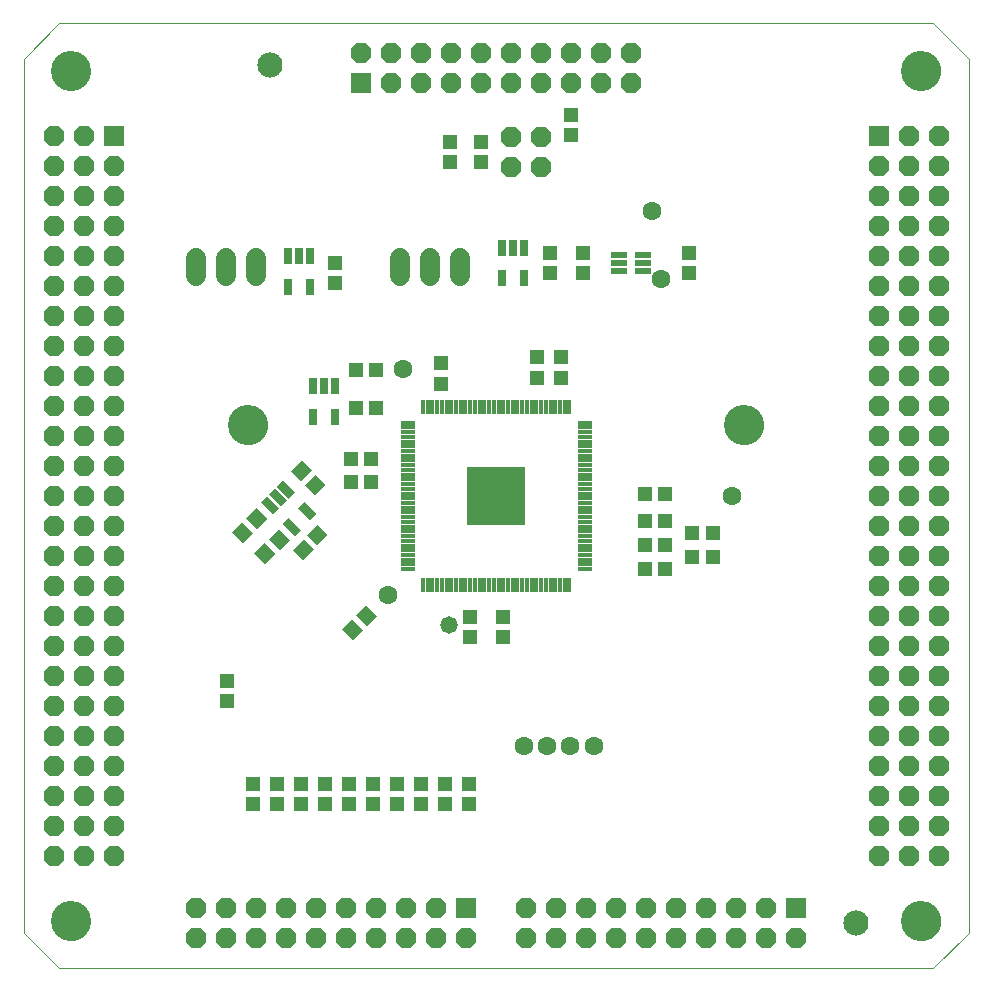
<source format=gts>
G75*
%MOIN*%
%OFA0B0*%
%FSLAX25Y25*%
%IPPOS*%
%LPD*%
%AMOC8*
5,1,8,0,0,1.08239X$1,22.5*
%
%ADD10R,0.19698X0.19698*%
%ADD11R,0.04737X0.01509*%
%ADD12R,0.01509X0.04737*%
%ADD13R,0.06800X0.06800*%
%ADD14OC8,0.06800*%
%ADD15R,0.05400X0.02200*%
%ADD16R,0.05131X0.04737*%
%ADD17R,0.04737X0.05131*%
%ADD18C,0.05800*%
%ADD19C,0.00000*%
%ADD20C,0.13398*%
%ADD21C,0.06800*%
%ADD22R,0.03000X0.05800*%
%ADD23C,0.08400*%
%ADD24C,0.06312*%
%ADD25R,0.05800X0.03000*%
D10*
X0192520Y0167080D03*
D11*
X0222047Y0166293D03*
X0222047Y0167868D03*
X0222047Y0169443D03*
X0222047Y0171017D03*
X0222047Y0172592D03*
X0222047Y0174167D03*
X0222047Y0175742D03*
X0222047Y0177317D03*
X0222047Y0178891D03*
X0222047Y0180466D03*
X0222047Y0182041D03*
X0222047Y0183616D03*
X0222047Y0185191D03*
X0222047Y0186765D03*
X0222047Y0188340D03*
X0222047Y0189915D03*
X0222047Y0191490D03*
X0222047Y0164718D03*
X0222047Y0163143D03*
X0222047Y0161569D03*
X0222047Y0159994D03*
X0222047Y0158419D03*
X0222047Y0156844D03*
X0222047Y0155269D03*
X0222047Y0153694D03*
X0222047Y0152120D03*
X0222047Y0150545D03*
X0222047Y0148970D03*
X0222047Y0147395D03*
X0222047Y0145820D03*
X0222047Y0144246D03*
X0222047Y0142671D03*
X0162992Y0142671D03*
X0162992Y0144246D03*
X0162992Y0145820D03*
X0162992Y0147395D03*
X0162992Y0148970D03*
X0162992Y0150545D03*
X0162992Y0152120D03*
X0162992Y0153694D03*
X0162992Y0155269D03*
X0162992Y0156844D03*
X0162992Y0158419D03*
X0162992Y0159994D03*
X0162992Y0161569D03*
X0162992Y0163143D03*
X0162992Y0164718D03*
X0162992Y0166293D03*
X0162992Y0167868D03*
X0162992Y0169443D03*
X0162992Y0171017D03*
X0162992Y0172592D03*
X0162992Y0174167D03*
X0162992Y0175742D03*
X0162992Y0177317D03*
X0162992Y0178891D03*
X0162992Y0180466D03*
X0162992Y0182041D03*
X0162992Y0183616D03*
X0162992Y0185191D03*
X0162992Y0186765D03*
X0162992Y0188340D03*
X0162992Y0189915D03*
X0162992Y0191490D03*
D12*
X0168110Y0196608D03*
X0169685Y0196608D03*
X0171260Y0196608D03*
X0172835Y0196608D03*
X0174409Y0196608D03*
X0175984Y0196608D03*
X0177559Y0196608D03*
X0179134Y0196608D03*
X0180709Y0196608D03*
X0182283Y0196608D03*
X0183858Y0196608D03*
X0185433Y0196608D03*
X0187008Y0196608D03*
X0188583Y0196608D03*
X0190157Y0196608D03*
X0191732Y0196608D03*
X0193307Y0196608D03*
X0194882Y0196608D03*
X0196457Y0196608D03*
X0198031Y0196608D03*
X0199606Y0196608D03*
X0201181Y0196608D03*
X0202756Y0196608D03*
X0204331Y0196608D03*
X0205906Y0196608D03*
X0207480Y0196608D03*
X0209055Y0196608D03*
X0210630Y0196608D03*
X0212205Y0196608D03*
X0213780Y0196608D03*
X0215354Y0196608D03*
X0216929Y0196608D03*
X0216929Y0137553D03*
X0215354Y0137553D03*
X0213780Y0137553D03*
X0212205Y0137553D03*
X0210630Y0137553D03*
X0209055Y0137553D03*
X0207480Y0137553D03*
X0205906Y0137553D03*
X0204331Y0137553D03*
X0202756Y0137553D03*
X0201181Y0137553D03*
X0199606Y0137553D03*
X0198031Y0137553D03*
X0196457Y0137553D03*
X0194882Y0137553D03*
X0193307Y0137553D03*
X0191732Y0137553D03*
X0190157Y0137553D03*
X0188583Y0137553D03*
X0187008Y0137553D03*
X0185433Y0137553D03*
X0183858Y0137553D03*
X0182283Y0137553D03*
X0180709Y0137553D03*
X0179134Y0137553D03*
X0177559Y0137553D03*
X0175984Y0137553D03*
X0174409Y0137553D03*
X0172835Y0137553D03*
X0171260Y0137553D03*
X0169685Y0137553D03*
X0168110Y0137553D03*
D13*
X0182500Y0029561D03*
X0292500Y0029561D03*
X0320000Y0287100D03*
X0147520Y0304710D03*
X0065000Y0287100D03*
D14*
X0055000Y0287100D03*
X0055000Y0277100D03*
X0065000Y0277100D03*
X0065000Y0267100D03*
X0055000Y0267100D03*
X0055000Y0257100D03*
X0065000Y0257100D03*
X0065000Y0247100D03*
X0055000Y0247100D03*
X0055000Y0237100D03*
X0065000Y0237100D03*
X0065000Y0227100D03*
X0055000Y0227100D03*
X0055000Y0217100D03*
X0065000Y0217100D03*
X0065000Y0207100D03*
X0055000Y0207100D03*
X0055000Y0197100D03*
X0065000Y0197100D03*
X0065000Y0187100D03*
X0055000Y0187100D03*
X0055000Y0177100D03*
X0065000Y0177100D03*
X0065000Y0167100D03*
X0055000Y0167100D03*
X0055000Y0157100D03*
X0065000Y0157100D03*
X0065000Y0147100D03*
X0055000Y0147100D03*
X0055000Y0137100D03*
X0065000Y0137100D03*
X0065000Y0127100D03*
X0055000Y0127100D03*
X0055000Y0117100D03*
X0065000Y0117100D03*
X0065000Y0107100D03*
X0055000Y0107100D03*
X0055000Y0097100D03*
X0065000Y0097100D03*
X0065000Y0087100D03*
X0055000Y0087100D03*
X0055000Y0077100D03*
X0065000Y0077100D03*
X0065000Y0067100D03*
X0055000Y0067100D03*
X0055000Y0057100D03*
X0055000Y0047100D03*
X0065000Y0047100D03*
X0065000Y0057100D03*
X0045000Y0057100D03*
X0045000Y0047100D03*
X0045000Y0067100D03*
X0045000Y0077100D03*
X0045000Y0087100D03*
X0045000Y0097100D03*
X0045000Y0107100D03*
X0045000Y0117100D03*
X0045000Y0127100D03*
X0045000Y0137100D03*
X0045000Y0147100D03*
X0045000Y0157100D03*
X0045000Y0167100D03*
X0045000Y0177100D03*
X0045000Y0187100D03*
X0045000Y0197100D03*
X0045000Y0207100D03*
X0045000Y0217100D03*
X0045000Y0227100D03*
X0045000Y0237100D03*
X0045000Y0247100D03*
X0045000Y0257100D03*
X0045000Y0267100D03*
X0045000Y0277100D03*
X0045000Y0287100D03*
X0147520Y0314710D03*
X0157520Y0314710D03*
X0167520Y0314710D03*
X0177520Y0314710D03*
X0187520Y0314710D03*
X0197520Y0314710D03*
X0207520Y0314710D03*
X0217520Y0314710D03*
X0227520Y0314710D03*
X0237520Y0314710D03*
X0237520Y0304710D03*
X0227520Y0304710D03*
X0217520Y0304710D03*
X0207520Y0304710D03*
X0197520Y0304710D03*
X0187520Y0304710D03*
X0177520Y0304710D03*
X0167520Y0304710D03*
X0157520Y0304710D03*
X0197420Y0286700D03*
X0207420Y0286700D03*
X0207420Y0276700D03*
X0197420Y0276700D03*
X0320000Y0277100D03*
X0330000Y0277100D03*
X0330000Y0267100D03*
X0320000Y0267100D03*
X0320000Y0257100D03*
X0330000Y0257100D03*
X0330000Y0247100D03*
X0320000Y0247100D03*
X0320000Y0237100D03*
X0330000Y0237100D03*
X0330000Y0227100D03*
X0320000Y0227100D03*
X0320000Y0217100D03*
X0330000Y0217100D03*
X0330000Y0207100D03*
X0320000Y0207100D03*
X0320000Y0197100D03*
X0330000Y0197100D03*
X0330000Y0187100D03*
X0320000Y0187100D03*
X0320000Y0177100D03*
X0330000Y0177100D03*
X0330000Y0167100D03*
X0320000Y0167100D03*
X0320000Y0157100D03*
X0330000Y0157100D03*
X0330000Y0147100D03*
X0320000Y0147100D03*
X0320000Y0137100D03*
X0330000Y0137100D03*
X0330000Y0127100D03*
X0320000Y0127100D03*
X0320000Y0117100D03*
X0330000Y0117100D03*
X0330000Y0107100D03*
X0320000Y0107100D03*
X0320000Y0097100D03*
X0330000Y0097100D03*
X0330000Y0087100D03*
X0320000Y0087100D03*
X0320000Y0077100D03*
X0330000Y0077100D03*
X0330000Y0067100D03*
X0320000Y0067100D03*
X0320000Y0057100D03*
X0320000Y0047100D03*
X0330000Y0047100D03*
X0330000Y0057100D03*
X0340000Y0057100D03*
X0340000Y0047100D03*
X0340000Y0067100D03*
X0340000Y0077100D03*
X0340000Y0087100D03*
X0340000Y0097100D03*
X0340000Y0107100D03*
X0340000Y0117100D03*
X0340000Y0127100D03*
X0340000Y0137100D03*
X0340000Y0147100D03*
X0340000Y0157100D03*
X0340000Y0167100D03*
X0340000Y0177100D03*
X0340000Y0187100D03*
X0340000Y0197100D03*
X0340000Y0207100D03*
X0340000Y0217100D03*
X0340000Y0227100D03*
X0340000Y0237100D03*
X0340000Y0247100D03*
X0340000Y0257100D03*
X0340000Y0267100D03*
X0340000Y0277100D03*
X0340000Y0287100D03*
X0330000Y0287100D03*
X0282500Y0029561D03*
X0272500Y0029561D03*
X0262500Y0029561D03*
X0252500Y0029561D03*
X0242500Y0029561D03*
X0232500Y0029561D03*
X0222500Y0029561D03*
X0212500Y0029561D03*
X0202500Y0029561D03*
X0202500Y0019561D03*
X0212500Y0019561D03*
X0222500Y0019561D03*
X0232500Y0019561D03*
X0242500Y0019561D03*
X0252500Y0019561D03*
X0262500Y0019561D03*
X0272500Y0019561D03*
X0282500Y0019561D03*
X0292500Y0019561D03*
X0182500Y0019561D03*
X0172500Y0019561D03*
X0162500Y0019561D03*
X0162500Y0029561D03*
X0172500Y0029561D03*
X0152500Y0029561D03*
X0142500Y0029561D03*
X0132500Y0029561D03*
X0122500Y0029561D03*
X0112500Y0029561D03*
X0102500Y0029561D03*
X0092500Y0029561D03*
X0092500Y0019561D03*
X0102500Y0019561D03*
X0112500Y0019561D03*
X0122500Y0019561D03*
X0132500Y0019561D03*
X0142500Y0019561D03*
X0152500Y0019561D03*
D15*
X0233371Y0242100D03*
X0233371Y0244700D03*
X0233371Y0247300D03*
X0241571Y0247300D03*
X0241571Y0244700D03*
X0241571Y0242100D03*
D16*
X0256700Y0241454D03*
X0256700Y0248146D03*
X0221400Y0248046D03*
X0221400Y0241354D03*
X0214155Y0213243D03*
X0214155Y0206550D03*
X0174200Y0204554D03*
X0174200Y0211246D03*
X0152346Y0209100D03*
X0145654Y0209100D03*
G36*
X0136554Y0154205D02*
X0132927Y0150578D01*
X0129578Y0153927D01*
X0133205Y0157554D01*
X0136554Y0154205D01*
G37*
G36*
X0131822Y0149473D02*
X0128195Y0145846D01*
X0124846Y0149195D01*
X0128473Y0152822D01*
X0131822Y0149473D01*
G37*
X0102900Y0105446D03*
X0102900Y0098754D03*
X0111500Y0070946D03*
X0111500Y0064254D03*
X0119500Y0064254D03*
X0119500Y0070946D03*
X0127500Y0070946D03*
X0127500Y0064254D03*
X0135500Y0064254D03*
X0135500Y0070946D03*
X0143500Y0070946D03*
X0143500Y0064254D03*
X0151500Y0064254D03*
X0151500Y0070946D03*
X0159500Y0070946D03*
X0159500Y0064254D03*
X0167500Y0064254D03*
X0167500Y0070946D03*
X0175500Y0070946D03*
X0175500Y0064254D03*
X0183500Y0064254D03*
X0183500Y0070946D03*
X0183800Y0119954D03*
X0183800Y0126646D03*
X0194900Y0126646D03*
X0194900Y0119954D03*
X0187500Y0278254D03*
X0187500Y0284946D03*
X0177000Y0284946D03*
X0177000Y0278254D03*
X0217500Y0287254D03*
X0217500Y0293946D03*
D17*
X0210500Y0248046D03*
X0210500Y0241354D03*
X0206155Y0213243D03*
X0206155Y0206550D03*
X0242054Y0167800D03*
X0248746Y0167800D03*
X0248746Y0158800D03*
X0242054Y0158800D03*
X0242054Y0150800D03*
X0248746Y0150800D03*
X0248746Y0142800D03*
X0242054Y0142800D03*
X0257954Y0146700D03*
X0264646Y0146700D03*
X0264646Y0154700D03*
X0257954Y0154700D03*
X0150946Y0171600D03*
X0144254Y0171600D03*
X0144257Y0179555D03*
X0150950Y0179555D03*
X0152346Y0196400D03*
X0145654Y0196400D03*
G36*
X0127495Y0171978D02*
X0124146Y0175327D01*
X0127773Y0178954D01*
X0131122Y0175605D01*
X0127495Y0171978D01*
G37*
G36*
X0132227Y0167246D02*
X0128878Y0170595D01*
X0132505Y0174222D01*
X0135854Y0170873D01*
X0132227Y0167246D01*
G37*
G36*
X0116678Y0152705D02*
X0120027Y0156054D01*
X0123654Y0152427D01*
X0120305Y0149078D01*
X0116678Y0152705D01*
G37*
G36*
X0111946Y0147973D02*
X0115295Y0151322D01*
X0118922Y0147695D01*
X0115573Y0144346D01*
X0111946Y0147973D01*
G37*
G36*
X0104546Y0154973D02*
X0107895Y0158322D01*
X0111522Y0154695D01*
X0108173Y0151346D01*
X0104546Y0154973D01*
G37*
G36*
X0109278Y0159705D02*
X0112627Y0163054D01*
X0116254Y0159427D01*
X0112905Y0156078D01*
X0109278Y0159705D01*
G37*
G36*
X0152754Y0127027D02*
X0149405Y0123678D01*
X0145778Y0127305D01*
X0149127Y0130654D01*
X0152754Y0127027D01*
G37*
G36*
X0148022Y0122295D02*
X0144673Y0118946D01*
X0141046Y0122573D01*
X0144395Y0125922D01*
X0148022Y0122295D01*
G37*
X0138700Y0238154D03*
X0138700Y0244846D03*
D18*
X0176771Y0124129D03*
D19*
X0046811Y0009600D02*
X0035000Y0021411D01*
X0035000Y0312750D01*
X0046811Y0324561D01*
X0338150Y0324561D01*
X0349961Y0312750D01*
X0349961Y0021411D01*
X0338150Y0009600D01*
X0046811Y0009600D01*
X0044449Y0025348D02*
X0044451Y0025506D01*
X0044457Y0025664D01*
X0044467Y0025822D01*
X0044481Y0025980D01*
X0044499Y0026137D01*
X0044520Y0026294D01*
X0044546Y0026450D01*
X0044576Y0026606D01*
X0044609Y0026761D01*
X0044647Y0026914D01*
X0044688Y0027067D01*
X0044733Y0027219D01*
X0044782Y0027370D01*
X0044835Y0027519D01*
X0044891Y0027667D01*
X0044951Y0027813D01*
X0045015Y0027958D01*
X0045083Y0028101D01*
X0045154Y0028243D01*
X0045228Y0028383D01*
X0045306Y0028520D01*
X0045388Y0028656D01*
X0045472Y0028790D01*
X0045561Y0028921D01*
X0045652Y0029050D01*
X0045747Y0029177D01*
X0045844Y0029302D01*
X0045945Y0029424D01*
X0046049Y0029543D01*
X0046156Y0029660D01*
X0046266Y0029774D01*
X0046379Y0029885D01*
X0046494Y0029994D01*
X0046612Y0030099D01*
X0046733Y0030201D01*
X0046856Y0030301D01*
X0046982Y0030397D01*
X0047110Y0030490D01*
X0047240Y0030580D01*
X0047373Y0030666D01*
X0047508Y0030750D01*
X0047644Y0030829D01*
X0047783Y0030906D01*
X0047924Y0030978D01*
X0048066Y0031048D01*
X0048210Y0031113D01*
X0048356Y0031175D01*
X0048503Y0031233D01*
X0048652Y0031288D01*
X0048802Y0031339D01*
X0048953Y0031386D01*
X0049105Y0031429D01*
X0049258Y0031468D01*
X0049413Y0031504D01*
X0049568Y0031535D01*
X0049724Y0031563D01*
X0049880Y0031587D01*
X0050037Y0031607D01*
X0050195Y0031623D01*
X0050352Y0031635D01*
X0050511Y0031643D01*
X0050669Y0031647D01*
X0050827Y0031647D01*
X0050985Y0031643D01*
X0051144Y0031635D01*
X0051301Y0031623D01*
X0051459Y0031607D01*
X0051616Y0031587D01*
X0051772Y0031563D01*
X0051928Y0031535D01*
X0052083Y0031504D01*
X0052238Y0031468D01*
X0052391Y0031429D01*
X0052543Y0031386D01*
X0052694Y0031339D01*
X0052844Y0031288D01*
X0052993Y0031233D01*
X0053140Y0031175D01*
X0053286Y0031113D01*
X0053430Y0031048D01*
X0053572Y0030978D01*
X0053713Y0030906D01*
X0053852Y0030829D01*
X0053988Y0030750D01*
X0054123Y0030666D01*
X0054256Y0030580D01*
X0054386Y0030490D01*
X0054514Y0030397D01*
X0054640Y0030301D01*
X0054763Y0030201D01*
X0054884Y0030099D01*
X0055002Y0029994D01*
X0055117Y0029885D01*
X0055230Y0029774D01*
X0055340Y0029660D01*
X0055447Y0029543D01*
X0055551Y0029424D01*
X0055652Y0029302D01*
X0055749Y0029177D01*
X0055844Y0029050D01*
X0055935Y0028921D01*
X0056024Y0028790D01*
X0056108Y0028656D01*
X0056190Y0028520D01*
X0056268Y0028383D01*
X0056342Y0028243D01*
X0056413Y0028101D01*
X0056481Y0027958D01*
X0056545Y0027813D01*
X0056605Y0027667D01*
X0056661Y0027519D01*
X0056714Y0027370D01*
X0056763Y0027219D01*
X0056808Y0027067D01*
X0056849Y0026914D01*
X0056887Y0026761D01*
X0056920Y0026606D01*
X0056950Y0026450D01*
X0056976Y0026294D01*
X0056997Y0026137D01*
X0057015Y0025980D01*
X0057029Y0025822D01*
X0057039Y0025664D01*
X0057045Y0025506D01*
X0057047Y0025348D01*
X0057045Y0025190D01*
X0057039Y0025032D01*
X0057029Y0024874D01*
X0057015Y0024716D01*
X0056997Y0024559D01*
X0056976Y0024402D01*
X0056950Y0024246D01*
X0056920Y0024090D01*
X0056887Y0023935D01*
X0056849Y0023782D01*
X0056808Y0023629D01*
X0056763Y0023477D01*
X0056714Y0023326D01*
X0056661Y0023177D01*
X0056605Y0023029D01*
X0056545Y0022883D01*
X0056481Y0022738D01*
X0056413Y0022595D01*
X0056342Y0022453D01*
X0056268Y0022313D01*
X0056190Y0022176D01*
X0056108Y0022040D01*
X0056024Y0021906D01*
X0055935Y0021775D01*
X0055844Y0021646D01*
X0055749Y0021519D01*
X0055652Y0021394D01*
X0055551Y0021272D01*
X0055447Y0021153D01*
X0055340Y0021036D01*
X0055230Y0020922D01*
X0055117Y0020811D01*
X0055002Y0020702D01*
X0054884Y0020597D01*
X0054763Y0020495D01*
X0054640Y0020395D01*
X0054514Y0020299D01*
X0054386Y0020206D01*
X0054256Y0020116D01*
X0054123Y0020030D01*
X0053988Y0019946D01*
X0053852Y0019867D01*
X0053713Y0019790D01*
X0053572Y0019718D01*
X0053430Y0019648D01*
X0053286Y0019583D01*
X0053140Y0019521D01*
X0052993Y0019463D01*
X0052844Y0019408D01*
X0052694Y0019357D01*
X0052543Y0019310D01*
X0052391Y0019267D01*
X0052238Y0019228D01*
X0052083Y0019192D01*
X0051928Y0019161D01*
X0051772Y0019133D01*
X0051616Y0019109D01*
X0051459Y0019089D01*
X0051301Y0019073D01*
X0051144Y0019061D01*
X0050985Y0019053D01*
X0050827Y0019049D01*
X0050669Y0019049D01*
X0050511Y0019053D01*
X0050352Y0019061D01*
X0050195Y0019073D01*
X0050037Y0019089D01*
X0049880Y0019109D01*
X0049724Y0019133D01*
X0049568Y0019161D01*
X0049413Y0019192D01*
X0049258Y0019228D01*
X0049105Y0019267D01*
X0048953Y0019310D01*
X0048802Y0019357D01*
X0048652Y0019408D01*
X0048503Y0019463D01*
X0048356Y0019521D01*
X0048210Y0019583D01*
X0048066Y0019648D01*
X0047924Y0019718D01*
X0047783Y0019790D01*
X0047644Y0019867D01*
X0047508Y0019946D01*
X0047373Y0020030D01*
X0047240Y0020116D01*
X0047110Y0020206D01*
X0046982Y0020299D01*
X0046856Y0020395D01*
X0046733Y0020495D01*
X0046612Y0020597D01*
X0046494Y0020702D01*
X0046379Y0020811D01*
X0046266Y0020922D01*
X0046156Y0021036D01*
X0046049Y0021153D01*
X0045945Y0021272D01*
X0045844Y0021394D01*
X0045747Y0021519D01*
X0045652Y0021646D01*
X0045561Y0021775D01*
X0045472Y0021906D01*
X0045388Y0022040D01*
X0045306Y0022176D01*
X0045228Y0022313D01*
X0045154Y0022453D01*
X0045083Y0022595D01*
X0045015Y0022738D01*
X0044951Y0022883D01*
X0044891Y0023029D01*
X0044835Y0023177D01*
X0044782Y0023326D01*
X0044733Y0023477D01*
X0044688Y0023629D01*
X0044647Y0023782D01*
X0044609Y0023935D01*
X0044576Y0024090D01*
X0044546Y0024246D01*
X0044520Y0024402D01*
X0044499Y0024559D01*
X0044481Y0024716D01*
X0044467Y0024874D01*
X0044457Y0025032D01*
X0044451Y0025190D01*
X0044449Y0025348D01*
X0103504Y0190702D02*
X0103506Y0190860D01*
X0103512Y0191018D01*
X0103522Y0191176D01*
X0103536Y0191334D01*
X0103554Y0191491D01*
X0103575Y0191648D01*
X0103601Y0191804D01*
X0103631Y0191960D01*
X0103664Y0192115D01*
X0103702Y0192268D01*
X0103743Y0192421D01*
X0103788Y0192573D01*
X0103837Y0192724D01*
X0103890Y0192873D01*
X0103946Y0193021D01*
X0104006Y0193167D01*
X0104070Y0193312D01*
X0104138Y0193455D01*
X0104209Y0193597D01*
X0104283Y0193737D01*
X0104361Y0193874D01*
X0104443Y0194010D01*
X0104527Y0194144D01*
X0104616Y0194275D01*
X0104707Y0194404D01*
X0104802Y0194531D01*
X0104899Y0194656D01*
X0105000Y0194778D01*
X0105104Y0194897D01*
X0105211Y0195014D01*
X0105321Y0195128D01*
X0105434Y0195239D01*
X0105549Y0195348D01*
X0105667Y0195453D01*
X0105788Y0195555D01*
X0105911Y0195655D01*
X0106037Y0195751D01*
X0106165Y0195844D01*
X0106295Y0195934D01*
X0106428Y0196020D01*
X0106563Y0196104D01*
X0106699Y0196183D01*
X0106838Y0196260D01*
X0106979Y0196332D01*
X0107121Y0196402D01*
X0107265Y0196467D01*
X0107411Y0196529D01*
X0107558Y0196587D01*
X0107707Y0196642D01*
X0107857Y0196693D01*
X0108008Y0196740D01*
X0108160Y0196783D01*
X0108313Y0196822D01*
X0108468Y0196858D01*
X0108623Y0196889D01*
X0108779Y0196917D01*
X0108935Y0196941D01*
X0109092Y0196961D01*
X0109250Y0196977D01*
X0109407Y0196989D01*
X0109566Y0196997D01*
X0109724Y0197001D01*
X0109882Y0197001D01*
X0110040Y0196997D01*
X0110199Y0196989D01*
X0110356Y0196977D01*
X0110514Y0196961D01*
X0110671Y0196941D01*
X0110827Y0196917D01*
X0110983Y0196889D01*
X0111138Y0196858D01*
X0111293Y0196822D01*
X0111446Y0196783D01*
X0111598Y0196740D01*
X0111749Y0196693D01*
X0111899Y0196642D01*
X0112048Y0196587D01*
X0112195Y0196529D01*
X0112341Y0196467D01*
X0112485Y0196402D01*
X0112627Y0196332D01*
X0112768Y0196260D01*
X0112907Y0196183D01*
X0113043Y0196104D01*
X0113178Y0196020D01*
X0113311Y0195934D01*
X0113441Y0195844D01*
X0113569Y0195751D01*
X0113695Y0195655D01*
X0113818Y0195555D01*
X0113939Y0195453D01*
X0114057Y0195348D01*
X0114172Y0195239D01*
X0114285Y0195128D01*
X0114395Y0195014D01*
X0114502Y0194897D01*
X0114606Y0194778D01*
X0114707Y0194656D01*
X0114804Y0194531D01*
X0114899Y0194404D01*
X0114990Y0194275D01*
X0115079Y0194144D01*
X0115163Y0194010D01*
X0115245Y0193874D01*
X0115323Y0193737D01*
X0115397Y0193597D01*
X0115468Y0193455D01*
X0115536Y0193312D01*
X0115600Y0193167D01*
X0115660Y0193021D01*
X0115716Y0192873D01*
X0115769Y0192724D01*
X0115818Y0192573D01*
X0115863Y0192421D01*
X0115904Y0192268D01*
X0115942Y0192115D01*
X0115975Y0191960D01*
X0116005Y0191804D01*
X0116031Y0191648D01*
X0116052Y0191491D01*
X0116070Y0191334D01*
X0116084Y0191176D01*
X0116094Y0191018D01*
X0116100Y0190860D01*
X0116102Y0190702D01*
X0116100Y0190544D01*
X0116094Y0190386D01*
X0116084Y0190228D01*
X0116070Y0190070D01*
X0116052Y0189913D01*
X0116031Y0189756D01*
X0116005Y0189600D01*
X0115975Y0189444D01*
X0115942Y0189289D01*
X0115904Y0189136D01*
X0115863Y0188983D01*
X0115818Y0188831D01*
X0115769Y0188680D01*
X0115716Y0188531D01*
X0115660Y0188383D01*
X0115600Y0188237D01*
X0115536Y0188092D01*
X0115468Y0187949D01*
X0115397Y0187807D01*
X0115323Y0187667D01*
X0115245Y0187530D01*
X0115163Y0187394D01*
X0115079Y0187260D01*
X0114990Y0187129D01*
X0114899Y0187000D01*
X0114804Y0186873D01*
X0114707Y0186748D01*
X0114606Y0186626D01*
X0114502Y0186507D01*
X0114395Y0186390D01*
X0114285Y0186276D01*
X0114172Y0186165D01*
X0114057Y0186056D01*
X0113939Y0185951D01*
X0113818Y0185849D01*
X0113695Y0185749D01*
X0113569Y0185653D01*
X0113441Y0185560D01*
X0113311Y0185470D01*
X0113178Y0185384D01*
X0113043Y0185300D01*
X0112907Y0185221D01*
X0112768Y0185144D01*
X0112627Y0185072D01*
X0112485Y0185002D01*
X0112341Y0184937D01*
X0112195Y0184875D01*
X0112048Y0184817D01*
X0111899Y0184762D01*
X0111749Y0184711D01*
X0111598Y0184664D01*
X0111446Y0184621D01*
X0111293Y0184582D01*
X0111138Y0184546D01*
X0110983Y0184515D01*
X0110827Y0184487D01*
X0110671Y0184463D01*
X0110514Y0184443D01*
X0110356Y0184427D01*
X0110199Y0184415D01*
X0110040Y0184407D01*
X0109882Y0184403D01*
X0109724Y0184403D01*
X0109566Y0184407D01*
X0109407Y0184415D01*
X0109250Y0184427D01*
X0109092Y0184443D01*
X0108935Y0184463D01*
X0108779Y0184487D01*
X0108623Y0184515D01*
X0108468Y0184546D01*
X0108313Y0184582D01*
X0108160Y0184621D01*
X0108008Y0184664D01*
X0107857Y0184711D01*
X0107707Y0184762D01*
X0107558Y0184817D01*
X0107411Y0184875D01*
X0107265Y0184937D01*
X0107121Y0185002D01*
X0106979Y0185072D01*
X0106838Y0185144D01*
X0106699Y0185221D01*
X0106563Y0185300D01*
X0106428Y0185384D01*
X0106295Y0185470D01*
X0106165Y0185560D01*
X0106037Y0185653D01*
X0105911Y0185749D01*
X0105788Y0185849D01*
X0105667Y0185951D01*
X0105549Y0186056D01*
X0105434Y0186165D01*
X0105321Y0186276D01*
X0105211Y0186390D01*
X0105104Y0186507D01*
X0105000Y0186626D01*
X0104899Y0186748D01*
X0104802Y0186873D01*
X0104707Y0187000D01*
X0104616Y0187129D01*
X0104527Y0187260D01*
X0104443Y0187394D01*
X0104361Y0187530D01*
X0104283Y0187667D01*
X0104209Y0187807D01*
X0104138Y0187949D01*
X0104070Y0188092D01*
X0104006Y0188237D01*
X0103946Y0188383D01*
X0103890Y0188531D01*
X0103837Y0188680D01*
X0103788Y0188831D01*
X0103743Y0188983D01*
X0103702Y0189136D01*
X0103664Y0189289D01*
X0103631Y0189444D01*
X0103601Y0189600D01*
X0103575Y0189756D01*
X0103554Y0189913D01*
X0103536Y0190070D01*
X0103522Y0190228D01*
X0103512Y0190386D01*
X0103506Y0190544D01*
X0103504Y0190702D01*
X0044449Y0308813D02*
X0044451Y0308971D01*
X0044457Y0309129D01*
X0044467Y0309287D01*
X0044481Y0309445D01*
X0044499Y0309602D01*
X0044520Y0309759D01*
X0044546Y0309915D01*
X0044576Y0310071D01*
X0044609Y0310226D01*
X0044647Y0310379D01*
X0044688Y0310532D01*
X0044733Y0310684D01*
X0044782Y0310835D01*
X0044835Y0310984D01*
X0044891Y0311132D01*
X0044951Y0311278D01*
X0045015Y0311423D01*
X0045083Y0311566D01*
X0045154Y0311708D01*
X0045228Y0311848D01*
X0045306Y0311985D01*
X0045388Y0312121D01*
X0045472Y0312255D01*
X0045561Y0312386D01*
X0045652Y0312515D01*
X0045747Y0312642D01*
X0045844Y0312767D01*
X0045945Y0312889D01*
X0046049Y0313008D01*
X0046156Y0313125D01*
X0046266Y0313239D01*
X0046379Y0313350D01*
X0046494Y0313459D01*
X0046612Y0313564D01*
X0046733Y0313666D01*
X0046856Y0313766D01*
X0046982Y0313862D01*
X0047110Y0313955D01*
X0047240Y0314045D01*
X0047373Y0314131D01*
X0047508Y0314215D01*
X0047644Y0314294D01*
X0047783Y0314371D01*
X0047924Y0314443D01*
X0048066Y0314513D01*
X0048210Y0314578D01*
X0048356Y0314640D01*
X0048503Y0314698D01*
X0048652Y0314753D01*
X0048802Y0314804D01*
X0048953Y0314851D01*
X0049105Y0314894D01*
X0049258Y0314933D01*
X0049413Y0314969D01*
X0049568Y0315000D01*
X0049724Y0315028D01*
X0049880Y0315052D01*
X0050037Y0315072D01*
X0050195Y0315088D01*
X0050352Y0315100D01*
X0050511Y0315108D01*
X0050669Y0315112D01*
X0050827Y0315112D01*
X0050985Y0315108D01*
X0051144Y0315100D01*
X0051301Y0315088D01*
X0051459Y0315072D01*
X0051616Y0315052D01*
X0051772Y0315028D01*
X0051928Y0315000D01*
X0052083Y0314969D01*
X0052238Y0314933D01*
X0052391Y0314894D01*
X0052543Y0314851D01*
X0052694Y0314804D01*
X0052844Y0314753D01*
X0052993Y0314698D01*
X0053140Y0314640D01*
X0053286Y0314578D01*
X0053430Y0314513D01*
X0053572Y0314443D01*
X0053713Y0314371D01*
X0053852Y0314294D01*
X0053988Y0314215D01*
X0054123Y0314131D01*
X0054256Y0314045D01*
X0054386Y0313955D01*
X0054514Y0313862D01*
X0054640Y0313766D01*
X0054763Y0313666D01*
X0054884Y0313564D01*
X0055002Y0313459D01*
X0055117Y0313350D01*
X0055230Y0313239D01*
X0055340Y0313125D01*
X0055447Y0313008D01*
X0055551Y0312889D01*
X0055652Y0312767D01*
X0055749Y0312642D01*
X0055844Y0312515D01*
X0055935Y0312386D01*
X0056024Y0312255D01*
X0056108Y0312121D01*
X0056190Y0311985D01*
X0056268Y0311848D01*
X0056342Y0311708D01*
X0056413Y0311566D01*
X0056481Y0311423D01*
X0056545Y0311278D01*
X0056605Y0311132D01*
X0056661Y0310984D01*
X0056714Y0310835D01*
X0056763Y0310684D01*
X0056808Y0310532D01*
X0056849Y0310379D01*
X0056887Y0310226D01*
X0056920Y0310071D01*
X0056950Y0309915D01*
X0056976Y0309759D01*
X0056997Y0309602D01*
X0057015Y0309445D01*
X0057029Y0309287D01*
X0057039Y0309129D01*
X0057045Y0308971D01*
X0057047Y0308813D01*
X0057045Y0308655D01*
X0057039Y0308497D01*
X0057029Y0308339D01*
X0057015Y0308181D01*
X0056997Y0308024D01*
X0056976Y0307867D01*
X0056950Y0307711D01*
X0056920Y0307555D01*
X0056887Y0307400D01*
X0056849Y0307247D01*
X0056808Y0307094D01*
X0056763Y0306942D01*
X0056714Y0306791D01*
X0056661Y0306642D01*
X0056605Y0306494D01*
X0056545Y0306348D01*
X0056481Y0306203D01*
X0056413Y0306060D01*
X0056342Y0305918D01*
X0056268Y0305778D01*
X0056190Y0305641D01*
X0056108Y0305505D01*
X0056024Y0305371D01*
X0055935Y0305240D01*
X0055844Y0305111D01*
X0055749Y0304984D01*
X0055652Y0304859D01*
X0055551Y0304737D01*
X0055447Y0304618D01*
X0055340Y0304501D01*
X0055230Y0304387D01*
X0055117Y0304276D01*
X0055002Y0304167D01*
X0054884Y0304062D01*
X0054763Y0303960D01*
X0054640Y0303860D01*
X0054514Y0303764D01*
X0054386Y0303671D01*
X0054256Y0303581D01*
X0054123Y0303495D01*
X0053988Y0303411D01*
X0053852Y0303332D01*
X0053713Y0303255D01*
X0053572Y0303183D01*
X0053430Y0303113D01*
X0053286Y0303048D01*
X0053140Y0302986D01*
X0052993Y0302928D01*
X0052844Y0302873D01*
X0052694Y0302822D01*
X0052543Y0302775D01*
X0052391Y0302732D01*
X0052238Y0302693D01*
X0052083Y0302657D01*
X0051928Y0302626D01*
X0051772Y0302598D01*
X0051616Y0302574D01*
X0051459Y0302554D01*
X0051301Y0302538D01*
X0051144Y0302526D01*
X0050985Y0302518D01*
X0050827Y0302514D01*
X0050669Y0302514D01*
X0050511Y0302518D01*
X0050352Y0302526D01*
X0050195Y0302538D01*
X0050037Y0302554D01*
X0049880Y0302574D01*
X0049724Y0302598D01*
X0049568Y0302626D01*
X0049413Y0302657D01*
X0049258Y0302693D01*
X0049105Y0302732D01*
X0048953Y0302775D01*
X0048802Y0302822D01*
X0048652Y0302873D01*
X0048503Y0302928D01*
X0048356Y0302986D01*
X0048210Y0303048D01*
X0048066Y0303113D01*
X0047924Y0303183D01*
X0047783Y0303255D01*
X0047644Y0303332D01*
X0047508Y0303411D01*
X0047373Y0303495D01*
X0047240Y0303581D01*
X0047110Y0303671D01*
X0046982Y0303764D01*
X0046856Y0303860D01*
X0046733Y0303960D01*
X0046612Y0304062D01*
X0046494Y0304167D01*
X0046379Y0304276D01*
X0046266Y0304387D01*
X0046156Y0304501D01*
X0046049Y0304618D01*
X0045945Y0304737D01*
X0045844Y0304859D01*
X0045747Y0304984D01*
X0045652Y0305111D01*
X0045561Y0305240D01*
X0045472Y0305371D01*
X0045388Y0305505D01*
X0045306Y0305641D01*
X0045228Y0305778D01*
X0045154Y0305918D01*
X0045083Y0306060D01*
X0045015Y0306203D01*
X0044951Y0306348D01*
X0044891Y0306494D01*
X0044835Y0306642D01*
X0044782Y0306791D01*
X0044733Y0306942D01*
X0044688Y0307094D01*
X0044647Y0307247D01*
X0044609Y0307400D01*
X0044576Y0307555D01*
X0044546Y0307711D01*
X0044520Y0307867D01*
X0044499Y0308024D01*
X0044481Y0308181D01*
X0044467Y0308339D01*
X0044457Y0308497D01*
X0044451Y0308655D01*
X0044449Y0308813D01*
X0268858Y0190702D02*
X0268860Y0190860D01*
X0268866Y0191018D01*
X0268876Y0191176D01*
X0268890Y0191334D01*
X0268908Y0191491D01*
X0268929Y0191648D01*
X0268955Y0191804D01*
X0268985Y0191960D01*
X0269018Y0192115D01*
X0269056Y0192268D01*
X0269097Y0192421D01*
X0269142Y0192573D01*
X0269191Y0192724D01*
X0269244Y0192873D01*
X0269300Y0193021D01*
X0269360Y0193167D01*
X0269424Y0193312D01*
X0269492Y0193455D01*
X0269563Y0193597D01*
X0269637Y0193737D01*
X0269715Y0193874D01*
X0269797Y0194010D01*
X0269881Y0194144D01*
X0269970Y0194275D01*
X0270061Y0194404D01*
X0270156Y0194531D01*
X0270253Y0194656D01*
X0270354Y0194778D01*
X0270458Y0194897D01*
X0270565Y0195014D01*
X0270675Y0195128D01*
X0270788Y0195239D01*
X0270903Y0195348D01*
X0271021Y0195453D01*
X0271142Y0195555D01*
X0271265Y0195655D01*
X0271391Y0195751D01*
X0271519Y0195844D01*
X0271649Y0195934D01*
X0271782Y0196020D01*
X0271917Y0196104D01*
X0272053Y0196183D01*
X0272192Y0196260D01*
X0272333Y0196332D01*
X0272475Y0196402D01*
X0272619Y0196467D01*
X0272765Y0196529D01*
X0272912Y0196587D01*
X0273061Y0196642D01*
X0273211Y0196693D01*
X0273362Y0196740D01*
X0273514Y0196783D01*
X0273667Y0196822D01*
X0273822Y0196858D01*
X0273977Y0196889D01*
X0274133Y0196917D01*
X0274289Y0196941D01*
X0274446Y0196961D01*
X0274604Y0196977D01*
X0274761Y0196989D01*
X0274920Y0196997D01*
X0275078Y0197001D01*
X0275236Y0197001D01*
X0275394Y0196997D01*
X0275553Y0196989D01*
X0275710Y0196977D01*
X0275868Y0196961D01*
X0276025Y0196941D01*
X0276181Y0196917D01*
X0276337Y0196889D01*
X0276492Y0196858D01*
X0276647Y0196822D01*
X0276800Y0196783D01*
X0276952Y0196740D01*
X0277103Y0196693D01*
X0277253Y0196642D01*
X0277402Y0196587D01*
X0277549Y0196529D01*
X0277695Y0196467D01*
X0277839Y0196402D01*
X0277981Y0196332D01*
X0278122Y0196260D01*
X0278261Y0196183D01*
X0278397Y0196104D01*
X0278532Y0196020D01*
X0278665Y0195934D01*
X0278795Y0195844D01*
X0278923Y0195751D01*
X0279049Y0195655D01*
X0279172Y0195555D01*
X0279293Y0195453D01*
X0279411Y0195348D01*
X0279526Y0195239D01*
X0279639Y0195128D01*
X0279749Y0195014D01*
X0279856Y0194897D01*
X0279960Y0194778D01*
X0280061Y0194656D01*
X0280158Y0194531D01*
X0280253Y0194404D01*
X0280344Y0194275D01*
X0280433Y0194144D01*
X0280517Y0194010D01*
X0280599Y0193874D01*
X0280677Y0193737D01*
X0280751Y0193597D01*
X0280822Y0193455D01*
X0280890Y0193312D01*
X0280954Y0193167D01*
X0281014Y0193021D01*
X0281070Y0192873D01*
X0281123Y0192724D01*
X0281172Y0192573D01*
X0281217Y0192421D01*
X0281258Y0192268D01*
X0281296Y0192115D01*
X0281329Y0191960D01*
X0281359Y0191804D01*
X0281385Y0191648D01*
X0281406Y0191491D01*
X0281424Y0191334D01*
X0281438Y0191176D01*
X0281448Y0191018D01*
X0281454Y0190860D01*
X0281456Y0190702D01*
X0281454Y0190544D01*
X0281448Y0190386D01*
X0281438Y0190228D01*
X0281424Y0190070D01*
X0281406Y0189913D01*
X0281385Y0189756D01*
X0281359Y0189600D01*
X0281329Y0189444D01*
X0281296Y0189289D01*
X0281258Y0189136D01*
X0281217Y0188983D01*
X0281172Y0188831D01*
X0281123Y0188680D01*
X0281070Y0188531D01*
X0281014Y0188383D01*
X0280954Y0188237D01*
X0280890Y0188092D01*
X0280822Y0187949D01*
X0280751Y0187807D01*
X0280677Y0187667D01*
X0280599Y0187530D01*
X0280517Y0187394D01*
X0280433Y0187260D01*
X0280344Y0187129D01*
X0280253Y0187000D01*
X0280158Y0186873D01*
X0280061Y0186748D01*
X0279960Y0186626D01*
X0279856Y0186507D01*
X0279749Y0186390D01*
X0279639Y0186276D01*
X0279526Y0186165D01*
X0279411Y0186056D01*
X0279293Y0185951D01*
X0279172Y0185849D01*
X0279049Y0185749D01*
X0278923Y0185653D01*
X0278795Y0185560D01*
X0278665Y0185470D01*
X0278532Y0185384D01*
X0278397Y0185300D01*
X0278261Y0185221D01*
X0278122Y0185144D01*
X0277981Y0185072D01*
X0277839Y0185002D01*
X0277695Y0184937D01*
X0277549Y0184875D01*
X0277402Y0184817D01*
X0277253Y0184762D01*
X0277103Y0184711D01*
X0276952Y0184664D01*
X0276800Y0184621D01*
X0276647Y0184582D01*
X0276492Y0184546D01*
X0276337Y0184515D01*
X0276181Y0184487D01*
X0276025Y0184463D01*
X0275868Y0184443D01*
X0275710Y0184427D01*
X0275553Y0184415D01*
X0275394Y0184407D01*
X0275236Y0184403D01*
X0275078Y0184403D01*
X0274920Y0184407D01*
X0274761Y0184415D01*
X0274604Y0184427D01*
X0274446Y0184443D01*
X0274289Y0184463D01*
X0274133Y0184487D01*
X0273977Y0184515D01*
X0273822Y0184546D01*
X0273667Y0184582D01*
X0273514Y0184621D01*
X0273362Y0184664D01*
X0273211Y0184711D01*
X0273061Y0184762D01*
X0272912Y0184817D01*
X0272765Y0184875D01*
X0272619Y0184937D01*
X0272475Y0185002D01*
X0272333Y0185072D01*
X0272192Y0185144D01*
X0272053Y0185221D01*
X0271917Y0185300D01*
X0271782Y0185384D01*
X0271649Y0185470D01*
X0271519Y0185560D01*
X0271391Y0185653D01*
X0271265Y0185749D01*
X0271142Y0185849D01*
X0271021Y0185951D01*
X0270903Y0186056D01*
X0270788Y0186165D01*
X0270675Y0186276D01*
X0270565Y0186390D01*
X0270458Y0186507D01*
X0270354Y0186626D01*
X0270253Y0186748D01*
X0270156Y0186873D01*
X0270061Y0187000D01*
X0269970Y0187129D01*
X0269881Y0187260D01*
X0269797Y0187394D01*
X0269715Y0187530D01*
X0269637Y0187667D01*
X0269563Y0187807D01*
X0269492Y0187949D01*
X0269424Y0188092D01*
X0269360Y0188237D01*
X0269300Y0188383D01*
X0269244Y0188531D01*
X0269191Y0188680D01*
X0269142Y0188831D01*
X0269097Y0188983D01*
X0269056Y0189136D01*
X0269018Y0189289D01*
X0268985Y0189444D01*
X0268955Y0189600D01*
X0268929Y0189756D01*
X0268908Y0189913D01*
X0268890Y0190070D01*
X0268876Y0190228D01*
X0268866Y0190386D01*
X0268860Y0190544D01*
X0268858Y0190702D01*
X0327914Y0308813D02*
X0327916Y0308971D01*
X0327922Y0309129D01*
X0327932Y0309287D01*
X0327946Y0309445D01*
X0327964Y0309602D01*
X0327985Y0309759D01*
X0328011Y0309915D01*
X0328041Y0310071D01*
X0328074Y0310226D01*
X0328112Y0310379D01*
X0328153Y0310532D01*
X0328198Y0310684D01*
X0328247Y0310835D01*
X0328300Y0310984D01*
X0328356Y0311132D01*
X0328416Y0311278D01*
X0328480Y0311423D01*
X0328548Y0311566D01*
X0328619Y0311708D01*
X0328693Y0311848D01*
X0328771Y0311985D01*
X0328853Y0312121D01*
X0328937Y0312255D01*
X0329026Y0312386D01*
X0329117Y0312515D01*
X0329212Y0312642D01*
X0329309Y0312767D01*
X0329410Y0312889D01*
X0329514Y0313008D01*
X0329621Y0313125D01*
X0329731Y0313239D01*
X0329844Y0313350D01*
X0329959Y0313459D01*
X0330077Y0313564D01*
X0330198Y0313666D01*
X0330321Y0313766D01*
X0330447Y0313862D01*
X0330575Y0313955D01*
X0330705Y0314045D01*
X0330838Y0314131D01*
X0330973Y0314215D01*
X0331109Y0314294D01*
X0331248Y0314371D01*
X0331389Y0314443D01*
X0331531Y0314513D01*
X0331675Y0314578D01*
X0331821Y0314640D01*
X0331968Y0314698D01*
X0332117Y0314753D01*
X0332267Y0314804D01*
X0332418Y0314851D01*
X0332570Y0314894D01*
X0332723Y0314933D01*
X0332878Y0314969D01*
X0333033Y0315000D01*
X0333189Y0315028D01*
X0333345Y0315052D01*
X0333502Y0315072D01*
X0333660Y0315088D01*
X0333817Y0315100D01*
X0333976Y0315108D01*
X0334134Y0315112D01*
X0334292Y0315112D01*
X0334450Y0315108D01*
X0334609Y0315100D01*
X0334766Y0315088D01*
X0334924Y0315072D01*
X0335081Y0315052D01*
X0335237Y0315028D01*
X0335393Y0315000D01*
X0335548Y0314969D01*
X0335703Y0314933D01*
X0335856Y0314894D01*
X0336008Y0314851D01*
X0336159Y0314804D01*
X0336309Y0314753D01*
X0336458Y0314698D01*
X0336605Y0314640D01*
X0336751Y0314578D01*
X0336895Y0314513D01*
X0337037Y0314443D01*
X0337178Y0314371D01*
X0337317Y0314294D01*
X0337453Y0314215D01*
X0337588Y0314131D01*
X0337721Y0314045D01*
X0337851Y0313955D01*
X0337979Y0313862D01*
X0338105Y0313766D01*
X0338228Y0313666D01*
X0338349Y0313564D01*
X0338467Y0313459D01*
X0338582Y0313350D01*
X0338695Y0313239D01*
X0338805Y0313125D01*
X0338912Y0313008D01*
X0339016Y0312889D01*
X0339117Y0312767D01*
X0339214Y0312642D01*
X0339309Y0312515D01*
X0339400Y0312386D01*
X0339489Y0312255D01*
X0339573Y0312121D01*
X0339655Y0311985D01*
X0339733Y0311848D01*
X0339807Y0311708D01*
X0339878Y0311566D01*
X0339946Y0311423D01*
X0340010Y0311278D01*
X0340070Y0311132D01*
X0340126Y0310984D01*
X0340179Y0310835D01*
X0340228Y0310684D01*
X0340273Y0310532D01*
X0340314Y0310379D01*
X0340352Y0310226D01*
X0340385Y0310071D01*
X0340415Y0309915D01*
X0340441Y0309759D01*
X0340462Y0309602D01*
X0340480Y0309445D01*
X0340494Y0309287D01*
X0340504Y0309129D01*
X0340510Y0308971D01*
X0340512Y0308813D01*
X0340510Y0308655D01*
X0340504Y0308497D01*
X0340494Y0308339D01*
X0340480Y0308181D01*
X0340462Y0308024D01*
X0340441Y0307867D01*
X0340415Y0307711D01*
X0340385Y0307555D01*
X0340352Y0307400D01*
X0340314Y0307247D01*
X0340273Y0307094D01*
X0340228Y0306942D01*
X0340179Y0306791D01*
X0340126Y0306642D01*
X0340070Y0306494D01*
X0340010Y0306348D01*
X0339946Y0306203D01*
X0339878Y0306060D01*
X0339807Y0305918D01*
X0339733Y0305778D01*
X0339655Y0305641D01*
X0339573Y0305505D01*
X0339489Y0305371D01*
X0339400Y0305240D01*
X0339309Y0305111D01*
X0339214Y0304984D01*
X0339117Y0304859D01*
X0339016Y0304737D01*
X0338912Y0304618D01*
X0338805Y0304501D01*
X0338695Y0304387D01*
X0338582Y0304276D01*
X0338467Y0304167D01*
X0338349Y0304062D01*
X0338228Y0303960D01*
X0338105Y0303860D01*
X0337979Y0303764D01*
X0337851Y0303671D01*
X0337721Y0303581D01*
X0337588Y0303495D01*
X0337453Y0303411D01*
X0337317Y0303332D01*
X0337178Y0303255D01*
X0337037Y0303183D01*
X0336895Y0303113D01*
X0336751Y0303048D01*
X0336605Y0302986D01*
X0336458Y0302928D01*
X0336309Y0302873D01*
X0336159Y0302822D01*
X0336008Y0302775D01*
X0335856Y0302732D01*
X0335703Y0302693D01*
X0335548Y0302657D01*
X0335393Y0302626D01*
X0335237Y0302598D01*
X0335081Y0302574D01*
X0334924Y0302554D01*
X0334766Y0302538D01*
X0334609Y0302526D01*
X0334450Y0302518D01*
X0334292Y0302514D01*
X0334134Y0302514D01*
X0333976Y0302518D01*
X0333817Y0302526D01*
X0333660Y0302538D01*
X0333502Y0302554D01*
X0333345Y0302574D01*
X0333189Y0302598D01*
X0333033Y0302626D01*
X0332878Y0302657D01*
X0332723Y0302693D01*
X0332570Y0302732D01*
X0332418Y0302775D01*
X0332267Y0302822D01*
X0332117Y0302873D01*
X0331968Y0302928D01*
X0331821Y0302986D01*
X0331675Y0303048D01*
X0331531Y0303113D01*
X0331389Y0303183D01*
X0331248Y0303255D01*
X0331109Y0303332D01*
X0330973Y0303411D01*
X0330838Y0303495D01*
X0330705Y0303581D01*
X0330575Y0303671D01*
X0330447Y0303764D01*
X0330321Y0303860D01*
X0330198Y0303960D01*
X0330077Y0304062D01*
X0329959Y0304167D01*
X0329844Y0304276D01*
X0329731Y0304387D01*
X0329621Y0304501D01*
X0329514Y0304618D01*
X0329410Y0304737D01*
X0329309Y0304859D01*
X0329212Y0304984D01*
X0329117Y0305111D01*
X0329026Y0305240D01*
X0328937Y0305371D01*
X0328853Y0305505D01*
X0328771Y0305641D01*
X0328693Y0305778D01*
X0328619Y0305918D01*
X0328548Y0306060D01*
X0328480Y0306203D01*
X0328416Y0306348D01*
X0328356Y0306494D01*
X0328300Y0306642D01*
X0328247Y0306791D01*
X0328198Y0306942D01*
X0328153Y0307094D01*
X0328112Y0307247D01*
X0328074Y0307400D01*
X0328041Y0307555D01*
X0328011Y0307711D01*
X0327985Y0307867D01*
X0327964Y0308024D01*
X0327946Y0308181D01*
X0327932Y0308339D01*
X0327922Y0308497D01*
X0327916Y0308655D01*
X0327914Y0308813D01*
X0327914Y0025348D02*
X0327916Y0025506D01*
X0327922Y0025664D01*
X0327932Y0025822D01*
X0327946Y0025980D01*
X0327964Y0026137D01*
X0327985Y0026294D01*
X0328011Y0026450D01*
X0328041Y0026606D01*
X0328074Y0026761D01*
X0328112Y0026914D01*
X0328153Y0027067D01*
X0328198Y0027219D01*
X0328247Y0027370D01*
X0328300Y0027519D01*
X0328356Y0027667D01*
X0328416Y0027813D01*
X0328480Y0027958D01*
X0328548Y0028101D01*
X0328619Y0028243D01*
X0328693Y0028383D01*
X0328771Y0028520D01*
X0328853Y0028656D01*
X0328937Y0028790D01*
X0329026Y0028921D01*
X0329117Y0029050D01*
X0329212Y0029177D01*
X0329309Y0029302D01*
X0329410Y0029424D01*
X0329514Y0029543D01*
X0329621Y0029660D01*
X0329731Y0029774D01*
X0329844Y0029885D01*
X0329959Y0029994D01*
X0330077Y0030099D01*
X0330198Y0030201D01*
X0330321Y0030301D01*
X0330447Y0030397D01*
X0330575Y0030490D01*
X0330705Y0030580D01*
X0330838Y0030666D01*
X0330973Y0030750D01*
X0331109Y0030829D01*
X0331248Y0030906D01*
X0331389Y0030978D01*
X0331531Y0031048D01*
X0331675Y0031113D01*
X0331821Y0031175D01*
X0331968Y0031233D01*
X0332117Y0031288D01*
X0332267Y0031339D01*
X0332418Y0031386D01*
X0332570Y0031429D01*
X0332723Y0031468D01*
X0332878Y0031504D01*
X0333033Y0031535D01*
X0333189Y0031563D01*
X0333345Y0031587D01*
X0333502Y0031607D01*
X0333660Y0031623D01*
X0333817Y0031635D01*
X0333976Y0031643D01*
X0334134Y0031647D01*
X0334292Y0031647D01*
X0334450Y0031643D01*
X0334609Y0031635D01*
X0334766Y0031623D01*
X0334924Y0031607D01*
X0335081Y0031587D01*
X0335237Y0031563D01*
X0335393Y0031535D01*
X0335548Y0031504D01*
X0335703Y0031468D01*
X0335856Y0031429D01*
X0336008Y0031386D01*
X0336159Y0031339D01*
X0336309Y0031288D01*
X0336458Y0031233D01*
X0336605Y0031175D01*
X0336751Y0031113D01*
X0336895Y0031048D01*
X0337037Y0030978D01*
X0337178Y0030906D01*
X0337317Y0030829D01*
X0337453Y0030750D01*
X0337588Y0030666D01*
X0337721Y0030580D01*
X0337851Y0030490D01*
X0337979Y0030397D01*
X0338105Y0030301D01*
X0338228Y0030201D01*
X0338349Y0030099D01*
X0338467Y0029994D01*
X0338582Y0029885D01*
X0338695Y0029774D01*
X0338805Y0029660D01*
X0338912Y0029543D01*
X0339016Y0029424D01*
X0339117Y0029302D01*
X0339214Y0029177D01*
X0339309Y0029050D01*
X0339400Y0028921D01*
X0339489Y0028790D01*
X0339573Y0028656D01*
X0339655Y0028520D01*
X0339733Y0028383D01*
X0339807Y0028243D01*
X0339878Y0028101D01*
X0339946Y0027958D01*
X0340010Y0027813D01*
X0340070Y0027667D01*
X0340126Y0027519D01*
X0340179Y0027370D01*
X0340228Y0027219D01*
X0340273Y0027067D01*
X0340314Y0026914D01*
X0340352Y0026761D01*
X0340385Y0026606D01*
X0340415Y0026450D01*
X0340441Y0026294D01*
X0340462Y0026137D01*
X0340480Y0025980D01*
X0340494Y0025822D01*
X0340504Y0025664D01*
X0340510Y0025506D01*
X0340512Y0025348D01*
X0340510Y0025190D01*
X0340504Y0025032D01*
X0340494Y0024874D01*
X0340480Y0024716D01*
X0340462Y0024559D01*
X0340441Y0024402D01*
X0340415Y0024246D01*
X0340385Y0024090D01*
X0340352Y0023935D01*
X0340314Y0023782D01*
X0340273Y0023629D01*
X0340228Y0023477D01*
X0340179Y0023326D01*
X0340126Y0023177D01*
X0340070Y0023029D01*
X0340010Y0022883D01*
X0339946Y0022738D01*
X0339878Y0022595D01*
X0339807Y0022453D01*
X0339733Y0022313D01*
X0339655Y0022176D01*
X0339573Y0022040D01*
X0339489Y0021906D01*
X0339400Y0021775D01*
X0339309Y0021646D01*
X0339214Y0021519D01*
X0339117Y0021394D01*
X0339016Y0021272D01*
X0338912Y0021153D01*
X0338805Y0021036D01*
X0338695Y0020922D01*
X0338582Y0020811D01*
X0338467Y0020702D01*
X0338349Y0020597D01*
X0338228Y0020495D01*
X0338105Y0020395D01*
X0337979Y0020299D01*
X0337851Y0020206D01*
X0337721Y0020116D01*
X0337588Y0020030D01*
X0337453Y0019946D01*
X0337317Y0019867D01*
X0337178Y0019790D01*
X0337037Y0019718D01*
X0336895Y0019648D01*
X0336751Y0019583D01*
X0336605Y0019521D01*
X0336458Y0019463D01*
X0336309Y0019408D01*
X0336159Y0019357D01*
X0336008Y0019310D01*
X0335856Y0019267D01*
X0335703Y0019228D01*
X0335548Y0019192D01*
X0335393Y0019161D01*
X0335237Y0019133D01*
X0335081Y0019109D01*
X0334924Y0019089D01*
X0334766Y0019073D01*
X0334609Y0019061D01*
X0334450Y0019053D01*
X0334292Y0019049D01*
X0334134Y0019049D01*
X0333976Y0019053D01*
X0333817Y0019061D01*
X0333660Y0019073D01*
X0333502Y0019089D01*
X0333345Y0019109D01*
X0333189Y0019133D01*
X0333033Y0019161D01*
X0332878Y0019192D01*
X0332723Y0019228D01*
X0332570Y0019267D01*
X0332418Y0019310D01*
X0332267Y0019357D01*
X0332117Y0019408D01*
X0331968Y0019463D01*
X0331821Y0019521D01*
X0331675Y0019583D01*
X0331531Y0019648D01*
X0331389Y0019718D01*
X0331248Y0019790D01*
X0331109Y0019867D01*
X0330973Y0019946D01*
X0330838Y0020030D01*
X0330705Y0020116D01*
X0330575Y0020206D01*
X0330447Y0020299D01*
X0330321Y0020395D01*
X0330198Y0020495D01*
X0330077Y0020597D01*
X0329959Y0020702D01*
X0329844Y0020811D01*
X0329731Y0020922D01*
X0329621Y0021036D01*
X0329514Y0021153D01*
X0329410Y0021272D01*
X0329309Y0021394D01*
X0329212Y0021519D01*
X0329117Y0021646D01*
X0329026Y0021775D01*
X0328937Y0021906D01*
X0328853Y0022040D01*
X0328771Y0022176D01*
X0328693Y0022313D01*
X0328619Y0022453D01*
X0328548Y0022595D01*
X0328480Y0022738D01*
X0328416Y0022883D01*
X0328356Y0023029D01*
X0328300Y0023177D01*
X0328247Y0023326D01*
X0328198Y0023477D01*
X0328153Y0023629D01*
X0328112Y0023782D01*
X0328074Y0023935D01*
X0328041Y0024090D01*
X0328011Y0024246D01*
X0327985Y0024402D01*
X0327964Y0024559D01*
X0327946Y0024716D01*
X0327932Y0024874D01*
X0327922Y0025032D01*
X0327916Y0025190D01*
X0327914Y0025348D01*
D20*
X0334213Y0025348D03*
X0275157Y0190702D03*
X0334213Y0308813D03*
X0109803Y0190702D03*
X0050748Y0308813D03*
X0050748Y0025348D03*
D21*
X0092400Y0240400D02*
X0092400Y0246400D01*
X0102400Y0246400D02*
X0102400Y0240400D01*
X0112400Y0240400D02*
X0112400Y0246400D01*
X0160600Y0246400D02*
X0160600Y0240400D01*
X0170600Y0240400D02*
X0170600Y0246400D01*
X0180600Y0246400D02*
X0180600Y0240400D01*
D22*
X0194500Y0239600D03*
X0201900Y0239600D03*
X0201900Y0249800D03*
X0198200Y0249800D03*
X0194500Y0249800D03*
X0138800Y0203600D03*
X0135100Y0203600D03*
X0131400Y0203600D03*
X0131400Y0193400D03*
X0138800Y0193400D03*
X0130600Y0236700D03*
X0123200Y0236700D03*
X0123200Y0246900D03*
X0126900Y0246900D03*
X0130600Y0246900D03*
D23*
X0117000Y0310600D03*
X0312500Y0024600D03*
D24*
X0225000Y0083600D03*
X0217000Y0083600D03*
X0209400Y0083600D03*
X0201800Y0083600D03*
X0156600Y0134000D03*
X0161600Y0209500D03*
X0244500Y0262100D03*
X0247300Y0239400D03*
X0271200Y0167100D03*
D25*
G36*
X0130612Y0158899D02*
X0126512Y0162999D01*
X0128634Y0165121D01*
X0132734Y0161021D01*
X0130612Y0158899D01*
G37*
G36*
X0125379Y0153666D02*
X0121279Y0157766D01*
X0123401Y0159888D01*
X0127501Y0155788D01*
X0125379Y0153666D01*
G37*
G36*
X0118166Y0160879D02*
X0114066Y0164979D01*
X0116188Y0167101D01*
X0120288Y0163001D01*
X0118166Y0160879D01*
G37*
G36*
X0120783Y0163495D02*
X0116683Y0167595D01*
X0118805Y0169717D01*
X0122905Y0165617D01*
X0120783Y0163495D01*
G37*
G36*
X0123399Y0166112D02*
X0119299Y0170212D01*
X0121421Y0172334D01*
X0125521Y0168234D01*
X0123399Y0166112D01*
G37*
M02*

</source>
